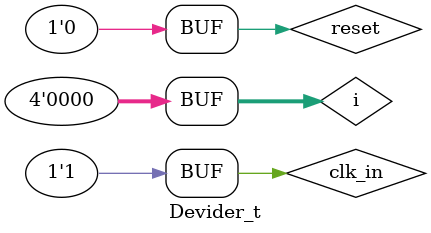
<source format=v>
module Devider_t;
wire clk;
reg reset;
reg clk_in;
reg [3:0] i;
Devider sang(clk_in,reset,clk);
initial begin
	reset=0;
	for(i=0;i<16;i=i+1) begin 
		clk_in=0; #50;
		clk_in=1; #50;
		if(i==10) begin reset=1;#50;end
		reset=0;
	end
	
end
endmodule 
</source>
